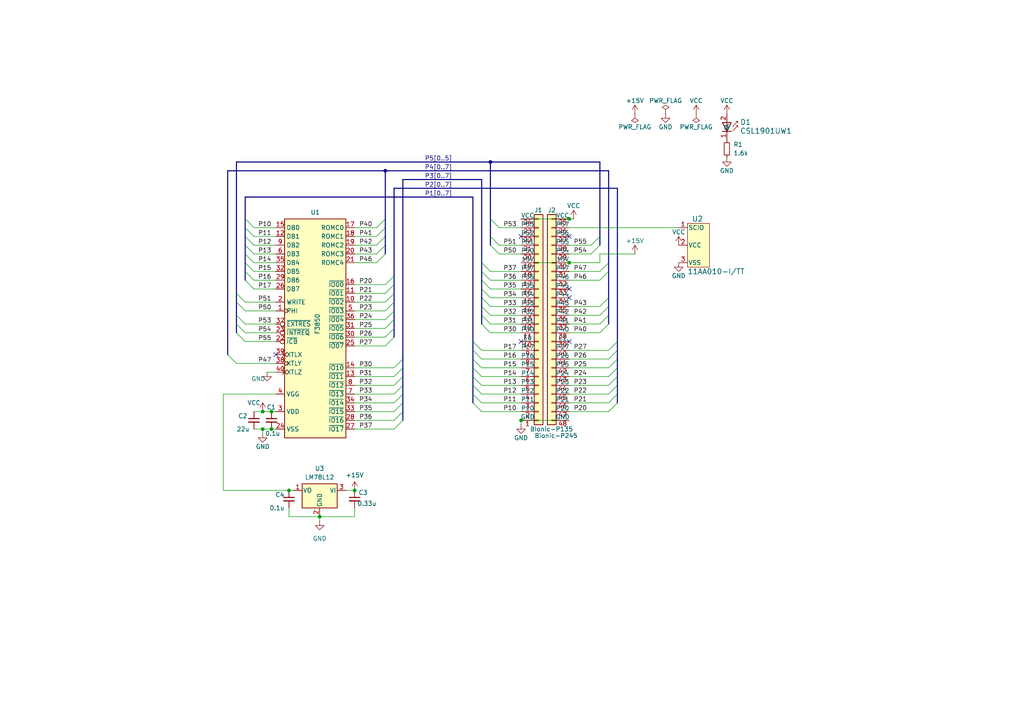
<source format=kicad_sch>
(kicad_sch (version 20231120) (generator "eeschema") (generator_version "8.0")
  (paper "A4")
  (title_block (title "BionicF3850 LDO") (date "2024-12-11") (rev "6") (company "Tadashi G. Takaoka"))
  (lib_symbols
    (symbol "+15V_1" (power) (pin_numbers hide) (pin_names (offset 0) hide)
      (property "Value" "+15V" (at 0 3.556 0))
      (symbol "+15V_1_0_1"
        (polyline (pts (xy -0.762 1.27) (xy 0 2.54)))
        (polyline (pts (xy 0 0) (xy 0 2.54)))
        (polyline (pts (xy 0 2.54) (xy 0.762 1.27)))
      )
      (symbol "+15V_1_1_1"
        (pin power_in line (at 0 0 90) (length 0) (name "~") (number "1"))
      )
    )
    (symbol "+15V_2" (power) (pin_numbers hide) (pin_names (offset 0) hide)
      (property "Value" "+15V" (at 0 3.556 0))
      (symbol "+15V_2_0_1"
        (polyline (pts (xy -0.762 1.27) (xy 0 2.54)))
        (polyline (pts (xy 0 0) (xy 0 2.54)))
        (polyline (pts (xy 0 2.54) (xy 0.762 1.27)))
      )
      (symbol "+15V_2_1_1"
        (pin power_in line (at 0 0 90) (length 0) (name "~") (number "1"))
      )
    )
    (symbol "Device:C_Small" (pin_numbers hide) (pin_names (offset 0.254) hide)
      (property "Reference" "C" (at 0.254 1.778 0))
      (property "Value" "C_Small" (at 0.254 -2.032 0))
      (symbol "C_Small_0_1"
        (polyline (pts (xy -1.524 -0.508) (xy 1.524 -0.508)) (stroke (width 0.3302)))
        (polyline (pts (xy -1.524 0.508) (xy 1.524 0.508)) (stroke (width 0.3048)))
      )
      (symbol "C_Small_1_1"
        (pin passive line (at 0 2.54 270) (length 2.032) (name "~") (number "1"))
        (pin passive line (at 0 -2.54 90) (length 2.032) (name "~") (number "2"))
      )
    )
    (symbol "Device:R_Small" (pin_numbers hide) (pin_names (offset 0.254) hide)
      (property "Reference" "R" (at 0.762 0.508 0))
      (property "Value" "R_Small" (at 0.762 -1.016 0))
      (symbol "R_Small_0_1"
        (rectangle (start -0.762 1.778) (end 0.762 -1.778) (stroke (width 0.2032)))
      )
      (symbol "R_Small_1_1"
        (pin passive line (at 0 2.54 270) (length 0.762) (name "~") (number "1"))
        (pin passive line (at 0 -2.54 90) (length 0.762) (name "~") (number "2"))
      )
    )
    (symbol "GND_1" (power) (pin_numbers hide) (pin_names (offset 0) hide)
      (property "Value" "GND" (at 0 -3.81 0))
      (symbol "GND_1_0_1"
        (polyline (pts (xy 0 0) (xy 0 -1.27) (xy 1.27 -1.27) (xy 0 -2.54) (xy -1.27 -1.27) (xy 0 -1.27)))
      )
      (symbol "GND_1_1_1"
        (pin power_in line (at 0 0 270) (length 0) (name "~") (number "1"))
      )
    )
    (symbol "GND_2" (power) (pin_numbers hide) (pin_names (offset 0) hide)
      (property "Value" "GND" (at 0 -3.81 0))
      (symbol "GND_2_0_1"
        (polyline (pts (xy 0 0) (xy 0 -1.27) (xy 1.27 -1.27) (xy 0 -2.54) (xy -1.27 -1.27) (xy 0 -1.27)))
      )
      (symbol "GND_2_1_1"
        (pin power_in line (at 0 0 270) (length 0) (name "~") (number "1"))
      )
    )
    (symbol "GND_3" (power) (pin_numbers hide) (pin_names (offset 0) hide)
      (property "Value" "GND" (at 0 -3.81 0))
      (symbol "GND_3_0_1"
        (polyline (pts (xy 0 0) (xy 0 -1.27) (xy 1.27 -1.27) (xy 0 -2.54) (xy -1.27 -1.27) (xy 0 -1.27)))
      )
      (symbol "GND_3_1_1"
        (pin power_in line (at 0 0 270) (length 0) (name "~") (number "1"))
      )
    )
    (symbol "GND_4" (power) (pin_numbers hide) (pin_names (offset 0) hide)
      (property "Value" "GND" (at 0 -3.81 0))
      (symbol "GND_4_0_1"
        (polyline (pts (xy 0 0) (xy 0 -1.27) (xy 1.27 -1.27) (xy 0 -2.54) (xy -1.27 -1.27) (xy 0 -1.27)))
      )
      (symbol "GND_4_1_1"
        (pin power_in line (at 0 0 270) (length 0) (name "~") (number "1"))
      )
    )
    (symbol "Regulator_Linear:L78L12_TO92" (pin_names (offset 0.254))
      (property "Reference" "U" (at -3.81 3.175 0))
      (property "Value" "L78L12_TO92" (at 0 3.175 0))
      (symbol "L78L12_TO92_0_1"
        (rectangle (start -5.08 -5.08) (end 5.08 1.905) (stroke (width 0.254)) (fill (type background)))
      )
      (symbol "L78L12_TO92_1_1"
        (pin power_out line (at 7.62 0 180) (length 2.54) (name "VO") (number "1"))
        (pin power_in line (at 0 -7.62 90) (length 2.54) (name "GND") (number "2"))
        (pin power_in line (at -7.62 0 0) (length 2.54) (name "VI") (number "3"))
      )
    )
    (symbol "VCC_1" (power) (pin_numbers hide) (pin_names (offset 0) hide)
      (property "Value" "VCC" (at 0 3.556 0))
      (symbol "VCC_1_0_1"
        (polyline (pts (xy -0.762 1.27) (xy 0 2.54)))
        (polyline (pts (xy 0 0) (xy 0 2.54)))
        (polyline (pts (xy 0 2.54) (xy 0.762 1.27)))
      )
      (symbol "VCC_1_1_1"
        (pin power_in line (at 0 0 90) (length 0) (name "~") (number "1"))
      )
    )
    (symbol "VCC_2" (power) (pin_numbers hide) (pin_names (offset 0) hide)
      (property "Value" "VCC" (at 0 3.556 0))
      (symbol "VCC_2_0_1"
        (polyline (pts (xy -0.762 1.27) (xy 0 2.54)))
        (polyline (pts (xy 0 0) (xy 0 2.54)))
        (polyline (pts (xy 0 2.54) (xy 0.762 1.27)))
      )
      (symbol "VCC_2_1_1"
        (pin power_in line (at 0 0 90) (length 0) (name "~") (number "1"))
      )
    )
    (symbol "VCC_3" (power) (pin_numbers hide) (pin_names (offset 0) hide)
      (property "Value" "VCC" (at 0 3.556 0))
      (symbol "VCC_3_0_1"
        (polyline (pts (xy -0.762 1.27) (xy 0 2.54)))
        (polyline (pts (xy 0 0) (xy 0 2.54)))
        (polyline (pts (xy 0 2.54) (xy 0.762 1.27)))
      )
      (symbol "VCC_3_1_1"
        (pin power_in line (at 0 0 90) (length 0) (name "~") (number "1"))
      )
    )
    (symbol "VCC_4" (power) (pin_numbers hide) (pin_names (offset 0) hide)
      (property "Value" "VCC" (at 0 3.556 0))
      (symbol "VCC_4_0_1"
        (polyline (pts (xy -0.762 1.27) (xy 0 2.54)))
        (polyline (pts (xy 0 0) (xy 0 2.54)))
        (polyline (pts (xy 0 2.54) (xy 0.762 1.27)))
      )
      (symbol "VCC_4_1_1"
        (pin power_in line (at 0 0 90) (length 0) (name "~") (number "1"))
      )
    )
    (symbol "bionic:Bionic-P135" (pin_names (offset 0))
      (property "Reference" "J" (at 0 30.48 0))
      (property "Value" "Bionic-P135" (at -1.27 -33.02 0))
      (symbol "Bionic-P135_1_1"
        (rectangle (start 0 -30.353) (end -1.27 -30.607) (stroke (width 0.1524)))
        (rectangle (start 0 -27.813) (end -1.27 -28.067) (stroke (width 0.1524)))
        (rectangle (start 0 -25.273) (end -1.27 -25.527) (stroke (width 0.1524)))
        (rectangle (start 0 -22.733) (end -1.27 -22.987) (stroke (width 0.1524)))
        (rectangle (start 0 -20.193) (end -1.27 -20.447) (stroke (width 0.1524)))
        (rectangle (start 0 -17.653) (end -1.27 -17.907) (stroke (width 0.1524)))
        (rectangle (start 0 -15.113) (end -1.27 -15.367) (stroke (width 0.1524)))
        (rectangle (start 0 -12.573) (end -1.27 -12.827) (stroke (width 0.1524)))
        (rectangle (start 0 -10.033) (end -1.27 -10.287) (stroke (width 0.1524)))
        (rectangle (start 0 -7.493) (end -1.27 -7.747) (stroke (width 0.1524)))
        (rectangle (start 0 -4.953) (end -1.27 -5.207) (stroke (width 0.1524)))
        (rectangle (start 0 -2.413) (end -1.27 -2.667) (stroke (width 0.1524)))
        (rectangle (start 0 0.127) (end -1.27 -0.127) (stroke (width 0.1524)))
        (rectangle (start 0 2.667) (end -1.27 2.413) (stroke (width 0.1524)))
        (rectangle (start 0 5.207) (end -1.27 4.953) (stroke (width 0.1524)))
        (rectangle (start 0 7.747) (end -1.27 7.493) (stroke (width 0.1524)))
        (rectangle (start 0 10.287) (end -1.27 10.033) (stroke (width 0.1524)))
        (rectangle (start 0 12.827) (end -1.27 12.573) (stroke (width 0.1524)))
        (rectangle (start 0 15.367) (end -1.27 15.113) (stroke (width 0.1524)))
        (rectangle (start 0 17.907) (end -1.27 17.653) (stroke (width 0.1524)))
        (rectangle (start 0 20.447) (end -1.27 20.193) (stroke (width 0.1524)))
        (rectangle (start 0 22.987) (end -1.27 22.733) (stroke (width 0.1524)))
        (rectangle (start 0 25.527) (end -1.27 25.273) (stroke (width 0.1524)))
        (rectangle (start 0 28.067) (end -1.27 27.813) (stroke (width 0.1524)))
        (rectangle (start 1.27 29.21) (end -1.27 -31.75) (stroke (width 0.254)) (fill (type background)))
        (pin power_in line (at -5.08 -30.48 0) (length 3.81) (name "GND") (number "1"))
        (pin bidirectional line (at -5.08 -7.62 0) (length 3.81) (name "E0") (number "10"))
        (pin bidirectional line (at -5.08 -5.08 0) (length 3.81) (name "P30") (number "11"))
        (pin bidirectional line (at -5.08 -2.54 0) (length 3.81) (name "P31") (number "12"))
        (pin bidirectional line (at -5.08 0 0) (length 3.81) (name "P32") (number "13"))
        (pin bidirectional line (at -5.08 2.54 0) (length 3.81) (name "P33") (number "14"))
        (pin bidirectional line (at -5.08 5.08 0) (length 3.81) (name "P34") (number "15"))
        (pin bidirectional line (at -5.08 7.62 0) (length 3.81) (name "P35") (number "16"))
        (pin bidirectional line (at -5.08 10.16 0) (length 3.81) (name "P36") (number "17"))
        (pin bidirectional line (at -5.08 12.7 0) (length 3.81) (name "P37") (number "18"))
        (pin power_in line (at -5.08 15.24 0) (length 3.81) (name "15V") (number "19"))
        (pin bidirectional line (at -5.08 -27.94 0) (length 3.81) (name "P10") (number "2"))
        (pin bidirectional line (at -5.08 17.78 0) (length 3.81) (name "P50") (number "20"))
        (pin bidirectional line (at -5.08 20.32 0) (length 3.81) (name "P51") (number "21"))
        (pin bidirectional line (at -5.08 22.86 0) (length 3.81) (name "P52") (number "22"))
        (pin bidirectional line (at -5.08 25.4 0) (length 3.81) (name "P53") (number "23"))
        (pin power_in line (at -5.08 27.94 0) (length 3.81) (name "VCC") (number "24"))
        (pin bidirectional line (at -5.08 -25.4 0) (length 3.81) (name "P11") (number "3"))
        (pin bidirectional line (at -5.08 -22.86 0) (length 3.81) (name "P12") (number "4"))
        (pin bidirectional line (at -5.08 -20.32 0) (length 3.81) (name "P13") (number "5"))
        (pin bidirectional line (at -5.08 -17.78 0) (length 3.81) (name "P14") (number "6"))
        (pin bidirectional line (at -5.08 -15.24 0) (length 3.81) (name "P15") (number "7"))
        (pin bidirectional line (at -5.08 -12.7 0) (length 3.81) (name "P16") (number "8"))
        (pin bidirectional line (at -5.08 -10.16 0) (length 3.81) (name "P17") (number "9"))
      )
    )
    (symbol "bionic:Bionic-P245" (pin_names (offset 0))
      (property "Reference" "J" (at -3.81 30.48 0))
      (property "Value" "Bionic-P245" (at -1.27 -33.02 0))
      (symbol "Bionic-P245_1_1"
        (rectangle (start -2.54 -30.607) (end -3.81 -30.353) (stroke (width 0.1524)))
        (rectangle (start -2.54 -28.067) (end -3.81 -27.813) (stroke (width 0.1524)))
        (rectangle (start -2.54 -25.527) (end -3.81 -25.273) (stroke (width 0.1524)))
        (rectangle (start -2.54 -22.987) (end -3.81 -22.733) (stroke (width 0.1524)))
        (rectangle (start -2.54 -20.447) (end -3.81 -20.193) (stroke (width 0.1524)))
        (rectangle (start -2.54 -17.907) (end -3.81 -17.653) (stroke (width 0.1524)))
        (rectangle (start -2.54 -15.367) (end -3.81 -15.113) (stroke (width 0.1524)))
        (rectangle (start -2.54 -12.827) (end -3.81 -12.573) (stroke (width 0.1524)))
        (rectangle (start -2.54 -10.287) (end -3.81 -10.033) (stroke (width 0.1524)))
        (rectangle (start -2.54 -7.747) (end -3.81 -7.493) (stroke (width 0.1524)))
        (rectangle (start -2.54 -5.207) (end -3.81 -4.953) (stroke (width 0.1524)))
        (rectangle (start -2.54 -2.667) (end -3.81 -2.413) (stroke (width 0.1524)))
        (rectangle (start -2.54 -0.127) (end -3.81 0.127) (stroke (width 0.1524)))
        (rectangle (start -2.54 2.413) (end -3.81 2.667) (stroke (width 0.1524)))
        (rectangle (start -2.54 4.953) (end -3.81 5.207) (stroke (width 0.1524)))
        (rectangle (start -2.54 7.493) (end -3.81 7.747) (stroke (width 0.1524)))
        (rectangle (start -2.54 10.033) (end -3.81 10.287) (stroke (width 0.1524)))
        (rectangle (start -2.54 12.573) (end -3.81 12.827) (stroke (width 0.1524)))
        (rectangle (start -2.54 15.113) (end -3.81 15.367) (stroke (width 0.1524)))
        (rectangle (start -2.54 17.653) (end -3.81 17.907) (stroke (width 0.1524)))
        (rectangle (start -2.54 20.193) (end -3.81 20.447) (stroke (width 0.1524)))
        (rectangle (start -2.54 22.733) (end -3.81 22.987) (stroke (width 0.1524)))
        (rectangle (start -2.54 25.273) (end -3.81 25.527) (stroke (width 0.1524)))
        (rectangle (start -2.54 27.813) (end -3.81 28.067) (stroke (width 0.1524)))
        (rectangle (start -2.54 29.21) (end -5.08 -31.75) (stroke (width 0.254)) (fill (type background)))
        (pin power_in line (at 1.27 27.94 180) (length 3.81) (name "VCC") (number "25"))
        (pin bidirectional line (at 1.27 25.4 180) (length 3.81) (name "P57") (number "26"))
        (pin bidirectional line (at 1.27 22.86 180) (length 3.81) (name "P56") (number "27"))
        (pin bidirectional line (at 1.27 20.32 180) (length 3.81) (name "P55") (number "28"))
        (pin bidirectional line (at 1.27 17.78 180) (length 3.81) (name "P54") (number "29"))
        (pin power_in line (at 1.27 15.24 180) (length 3.81) (name "15V") (number "30"))
        (pin bidirectional line (at 1.27 12.7 180) (length 3.81) (name "P47") (number "31"))
        (pin bidirectional line (at 1.27 10.16 180) (length 3.81) (name "P46") (number "32"))
        (pin bidirectional line (at 1.27 7.62 180) (length 3.81) (name "P45") (number "33"))
        (pin bidirectional line (at 1.27 5.08 180) (length 3.81) (name "P44") (number "34"))
        (pin bidirectional line (at 1.27 2.54 180) (length 3.81) (name "P43") (number "35"))
        (pin bidirectional line (at 1.27 0 180) (length 3.81) (name "P42") (number "36"))
        (pin bidirectional line (at 1.27 -2.54 180) (length 3.81) (name "P41") (number "37"))
        (pin bidirectional line (at 1.27 -5.08 180) (length 3.81) (name "P40") (number "38"))
        (pin bidirectional line (at 1.27 -7.62 180) (length 3.81) (name "E1") (number "39"))
        (pin bidirectional line (at 1.27 -10.16 180) (length 3.81) (name "P27") (number "40"))
        (pin bidirectional line (at 1.27 -12.7 180) (length 3.81) (name "P26") (number "41"))
        (pin bidirectional line (at 1.27 -15.24 180) (length 3.81) (name "P25") (number "42"))
        (pin bidirectional line (at 1.27 -17.78 180) (length 3.81) (name "P24") (number "43"))
        (pin bidirectional line (at 1.27 -20.32 180) (length 3.81) (name "P23") (number "44"))
        (pin bidirectional line (at 1.27 -22.86 180) (length 3.81) (name "P22") (number "45"))
        (pin bidirectional line (at 1.27 -25.4 180) (length 3.81) (name "P21") (number "46"))
        (pin bidirectional line (at 1.27 -27.94 180) (length 3.81) (name "P20") (number "47"))
        (pin power_in line (at 1.27 -30.48 180) (length 3.81) (name "GND") (number "48"))
      )
    )
    (symbol "cpu:F3850"
      (property "Reference" "U" (at -1.27 31.75 0))
      (property "Value" "F3850" (at 0 -3.81 90))
      (symbol "F3850_0_0"
        (pin bidirectional line (at 11.43 -6.35 180) (length 2.54) (name "~{IO07}") (number "25"))
        (pin input inverted (at -11.43 0 0) (length 2.54) (name "~{EXTRES}") (number "37"))
        (pin input clock (at -11.43 -11.43 0) (length 2.54) (name "XTLY") (number "38"))
      )
      (symbol "F3850_0_1"
        (rectangle (start -8.89 30.48) (end 8.89 -33.02) (stroke (width 0.254)) (fill (type background)))
      )
      (symbol "F3850_1_1"
        (pin output clock (at -11.43 3.81 0) (length 2.54) (name "PHI") (number "1"))
        (pin bidirectional line (at 11.43 6.35 180) (length 2.54) (name "~{IO02}") (number "10"))
        (pin bidirectional line (at 11.43 8.89 180) (length 2.54) (name "~{IO01}") (number "11"))
        (pin bidirectional line (at -11.43 25.4 0) (length 2.54) (name "DB1") (number "12"))
        (pin bidirectional line (at 11.43 -15.24 180) (length 2.54) (name "~{IO11}") (number "13"))
        (pin bidirectional line (at 11.43 -12.7 180) (length 2.54) (name "~{IO10}") (number "14"))
        (pin bidirectional line (at -11.43 27.94 0) (length 2.54) (name "DB0") (number "15"))
        (pin bidirectional line (at 11.43 11.43 180) (length 2.54) (name "~{IO00}") (number "16"))
        (pin output line (at 11.43 27.94 180) (length 2.54) (name "ROMC0") (number "17"))
        (pin output line (at 11.43 25.4 180) (length 2.54) (name "ROMC1") (number "18"))
        (pin output line (at 11.43 22.86 180) (length 2.54) (name "ROMC2") (number "19"))
        (pin output line (at -11.43 6.35 0) (length 2.54) (name "WRITE") (number "2"))
        (pin output line (at 11.43 20.32 180) (length 2.54) (name "ROMC3") (number "20"))
        (pin output line (at 11.43 17.78 180) (length 2.54) (name "ROMC4") (number "21"))
        (pin output inverted (at -11.43 -5.08 0) (length 2.54) (name "~{ICB}") (number "22"))
        (pin input inverted (at -11.43 -2.54 0) (length 2.54) (name "~{INTREQ}") (number "23"))
        (pin power_in line (at -11.43 -30.48 0) (length 2.54) (name "VSS") (number "24"))
        (pin bidirectional line (at -11.43 10.16 0) (length 2.54) (name "DB7") (number "26"))
        (pin bidirectional line (at 11.43 -30.48 180) (length 2.54) (name "~{IO17}") (number "27"))
        (pin bidirectional line (at 11.43 -27.94 180) (length 2.54) (name "~{IO16}") (number "28"))
        (pin bidirectional line (at -11.43 12.7 0) (length 2.54) (name "DB6") (number "29"))
        (pin power_in line (at -11.43 -25.4 0) (length 2.54) (name "VDD") (number "3"))
        (pin bidirectional line (at 11.43 -3.81 180) (length 2.54) (name "~{IO06}") (number "30"))
        (pin bidirectional line (at 11.43 -1.27 180) (length 2.54) (name "~{IO05}") (number "31"))
        (pin bidirectional line (at -11.43 15.24 0) (length 2.54) (name "DB5") (number "32"))
        (pin bidirectional line (at 11.43 -25.4 180) (length 2.54) (name "~{IO15}") (number "33"))
        (pin bidirectional line (at 11.43 -22.86 180) (length 2.54) (name "~{IO14}") (number "34"))
        (pin bidirectional line (at -11.43 17.78 0) (length 2.54) (name "DB4") (number "35"))
        (pin bidirectional line (at 11.43 1.27 180) (length 2.54) (name "~{IO04}") (number "36"))
        (pin input non_logic (at -11.43 -8.89 0) (length 2.54) (name "XTLX") (number "39"))
        (pin power_in line (at -11.43 -20.32 0) (length 2.54) (name "VGG") (number "4"))
        (pin input non_logic (at -11.43 -13.97 0) (length 2.54) (name "XTLZ") (number "40"))
        (pin bidirectional line (at 11.43 3.81 180) (length 2.54) (name "~{IO03}") (number "5"))
        (pin bidirectional line (at -11.43 20.32 0) (length 2.54) (name "DB3") (number "6"))
        (pin bidirectional line (at 11.43 -20.32 180) (length 2.54) (name "~{IO13}") (number "7"))
        (pin bidirectional line (at 11.43 -17.78 180) (length 2.54) (name "~{IO12}") (number "8"))
        (pin bidirectional line (at -11.43 22.86 0) (length 2.54) (name "DB2") (number "9"))
      )
    )
    (symbol "microchip:11AA010-I_TT" (pin_names (offset 0.254))
      (property "Reference" "U" (at 2.54 1.27 0))
      (property "Value" "11AA010-I/TT" (at 3.81 -13.97 0))
      (symbol "11AA010-I_TT_1_1"
        (rectangle (start 0 0) (end 6.35 -12.7) (fill (type background)))
        (pin bidirectional line (at -2.54 -1.27 0) (length 2.54) (name "SCIO") (number "1"))
        (pin power_in line (at -2.54 -6.35 0) (length 2.54) (name "VCC") (number "2"))
        (pin power_in line (at -2.54 -11.43 0) (length 2.54) (name "VSS") (number "3"))
      )
    )
    (symbol "power:+15V" (power) (pin_numbers hide) (pin_names (offset 0) hide)
      (property "Value" "+15V" (at 0 3.556 0))
      (symbol "+15V_0_1"
        (polyline (pts (xy -0.762 1.27) (xy 0 2.54)))
        (polyline (pts (xy 0 0) (xy 0 2.54)))
        (polyline (pts (xy 0 2.54) (xy 0.762 1.27)))
      )
      (symbol "+15V_1_1"
        (pin power_in line (at 0 0 90) (length 0) (name "~") (number "1"))
      )
    )
    (symbol "power:GND" (power) (pin_numbers hide) (pin_names (offset 0) hide)
      (property "Value" "GND" (at 0 -3.81 0))
      (symbol "GND_0_1"
        (polyline (pts (xy 0 0) (xy 0 -1.27) (xy 1.27 -1.27) (xy 0 -2.54) (xy -1.27 -1.27) (xy 0 -1.27)))
      )
      (symbol "GND_1_1"
        (pin power_in line (at 0 0 270) (length 0) (name "~") (number "1"))
      )
    )
    (symbol "power:PWR_FLAG" (power) (pin_numbers hide) (pin_names (offset 0) hide)
      (property "Value" "PWR_FLAG" (at 0 3.81 0))
      (symbol "PWR_FLAG_0_0"
        (pin power_out line (at 0 0 90) (length 0) (name "~") (number "1"))
      )
      (symbol "PWR_FLAG_0_1"
        (polyline (pts (xy 0 0) (xy 0 1.27) (xy -1.016 1.905) (xy 0 2.54) (xy 1.016 1.905) (xy 0 1.27)))
      )
    )
    (symbol "power:VCC" (power) (pin_numbers hide) (pin_names (offset 0) hide)
      (property "Value" "VCC" (at 0 3.556 0))
      (symbol "VCC_0_1"
        (polyline (pts (xy -0.762 1.27) (xy 0 2.54)))
        (polyline (pts (xy 0 0) (xy 0 2.54)))
        (polyline (pts (xy 0 2.54) (xy 0.762 1.27)))
      )
      (symbol "VCC_1_1"
        (pin power_in line (at 0 0 90) (length 0) (name "~") (number "1"))
      )
    )
    (symbol "rhom:CSL1901UW1" (pin_names (offset 0.254))
      (property "Reference" "D" (at 3.81 -2.54 0))
      (property "Value" "CSL1901UW1" (at 3.81 -5.08 0))
      (symbol "CSL1901UW1_0_1"
        (polyline (pts (xy 2.159 3.175) (xy 2.667 3.175)))
        (polyline (pts (xy 2.54 0) (xy 5.08 0)))
        (polyline (pts (xy 5.08 1.27) (xy 5.08 -1.27)) (stroke (width 0.254)))
        (polyline (pts (xy 3.683 1.651) (xy 2.159 3.175) (xy 2.159 2.667)))
        (polyline (pts (xy 2.54 -1.27) (xy 5.08 0) (xy 2.54 1.27) (xy 2.54 -1.27)) (stroke (width 0.254)))
        (polyline (pts (xy 4.953 1.651) (xy 3.429 3.175) (xy 3.429 2.667) (xy 3.429 3.175) (xy 3.937 3.175)))
      )
      (symbol "CSL1901UW1_1_1"
        (pin passive line (at 7.62 0 180) (length 2.54) (name "K") (number "1"))
        (pin passive line (at 0 0 0) (length 2.54) (name "A") (number "2"))
      )
      (symbol "CSL1901UW1_1_2"
        (polyline (pts (xy -5.08 7.62) (xy -4.445 8.255)) (stroke (width 0.2032)))
        (polyline (pts (xy -5.08 8.255) (xy -5.08 7.62)) (stroke (width 0.2032)))
        (polyline (pts (xy -4.445 6.35) (xy -3.81 6.985)) (stroke (width 0.2032)))
        (polyline (pts (xy -4.445 8.255) (xy -5.08 8.255)) (stroke (width 0.2032)))
        (polyline (pts (xy -4.445 9.525) (xy -3.81 10.16)) (stroke (width 0.2032)))
        (polyline (pts (xy -4.445 10.16) (xy -4.445 9.525)) (stroke (width 0.2032)))
        (polyline (pts (xy -3.81 6.985) (xy -5.08 8.255)) (stroke (width 0.2032)))
        (polyline (pts (xy -3.81 8.255) (xy -3.175 8.89)) (stroke (width 0.2032)))
        (polyline (pts (xy -3.81 10.16) (xy -4.445 10.16)) (stroke (width 0.2032)))
        (polyline (pts (xy -3.175 5.08) (xy -4.445 6.35)) (stroke (width 0.2032)))
        (polyline (pts (xy -3.175 8.89) (xy -4.445 10.16)) (stroke (width 0.2032)))
        (polyline (pts (xy -2.54 6.985) (xy -3.81 8.255)) (stroke (width 0.2032)))
        (polyline (pts (xy -1.905 3.81) (xy 1.905 3.81)) (stroke (width 0.2032)))
        (polyline (pts (xy 0 2.54) (xy 0 3.4798)) (stroke (width 0.2032)))
        (polyline (pts (xy 0 3.175) (xy 0 3.81)) (stroke (width 0.2032)))
        (polyline (pts (xy 0 6.35) (xy -1.905 3.81)) (stroke (width 0.2032)))
        (polyline (pts (xy 0 6.35) (xy 0 7.62)) (stroke (width 0.2032)))
        (polyline (pts (xy 1.905 3.81) (xy 0 6.35)) (stroke (width 0.2032)))
        (polyline (pts (xy 1.905 6.35) (xy -1.905 6.35)) (stroke (width 0.2032)))
        (pin unspecified line (at 0 10.16 270) (length 2.54) (name "") (number "1"))
        (pin unspecified line (at 0 0 90) (length 2.54) (name "") (number "2"))
      )
    )
  )
  (junction (at 78.74 119.38))
  (junction (at 83.82 142.24))
  (junction (at 92.71 149.86))
  (junction (at 151.13 121.92))
  (junction (at 76.2 119.38))
  (junction (at 102.87 142.24))
  (junction (at 76.2 124.46))
  (junction (at 142.24 46.99))
  (junction (at 165.1 76.2))
  (junction (at 111.76 49.53))
  (junction (at 165.1 63.5))
  (junction (at 78.74 124.46))
  (no_connect (at 165.1 68.58))
  (no_connect (at 80.01 102.87))
  (no_connect (at 165.1 86.36))
  (no_connect (at 165.1 83.82))
  (no_connect (at 165.1 99.06))
  (no_connect (at 151.13 99.06))
  (no_connect (at 151.13 68.58))
  (bus_entry (at 139.7 119.38) (size -2.54 -2.54))
  (bus_entry (at 139.7 81.28) (size 2.54 2.54))
  (bus_entry (at 144.78 66.04) (size -2.54 -2.54))
  (bus_entry (at 179.07 99.06) (size -2.54 2.54))
  (bus_entry (at 111.76 71.12) (size -2.54 2.54))
  (bus_entry (at 176.53 93.98) (size -2.54 2.54))
  (bus_entry (at 144.78 73.66) (size -2.54 -2.54))
  (bus_entry (at 71.12 99.06) (size -2.54 -2.54))
  (bus_entry (at 73.66 78.74) (size -2.54 -2.54))
  (bus_entry (at 116.84 104.14) (size -2.54 2.54))
  (bus_entry (at 173.99 88.9) (size 2.54 -2.54))
  (bus_entry (at 73.66 73.66) (size -2.54 -2.54))
  (bus_entry (at 139.7 91.44) (size 2.54 2.54))
  (bus_entry (at 176.53 76.2) (size -2.54 2.54))
  (bus_entry (at 111.76 63.5) (size -2.54 2.54))
  (bus_entry (at 116.84 114.3) (size -2.54 2.54))
  (bus_entry (at 179.07 109.22) (size -2.54 2.54))
  (bus_entry (at 111.76 85.09) (size 2.54 -2.54))
  (bus_entry (at 116.84 111.76) (size -2.54 2.54))
  (bus_entry (at 71.12 90.17) (size -2.54 -2.54))
  (bus_entry (at 139.7 76.2) (size 2.54 2.54))
  (bus_entry (at 179.07 101.6) (size -2.54 2.54))
  (bus_entry (at 139.7 93.98) (size 2.54 2.54))
  (bus_entry (at 71.12 93.98) (size -2.54 -2.54))
  (bus_entry (at 73.66 68.58) (size -2.54 -2.54))
  (bus_entry (at 144.78 71.12) (size -2.54 -2.54))
  (bus_entry (at 139.7 101.6) (size -2.54 -2.54))
  (bus_entry (at 139.7 104.14) (size -2.54 -2.54))
  (bus_entry (at 111.76 92.71) (size 2.54 -2.54))
  (bus_entry (at 171.45 73.66) (size 2.54 -2.54))
  (bus_entry (at 173.99 93.98) (size 2.54 -2.54))
  (bus_entry (at 173.99 91.44) (size 2.54 -2.54))
  (bus_entry (at 171.45 71.12) (size 2.54 -2.54))
  (bus_entry (at 176.53 78.74) (size -2.54 2.54))
  (bus_entry (at 111.76 68.58) (size -2.54 2.54))
  (bus_entry (at 71.12 87.63) (size -2.54 -2.54))
  (bus_entry (at 139.7 86.36) (size 2.54 2.54))
  (bus_entry (at 139.7 109.22) (size -2.54 -2.54))
  (bus_entry (at 179.07 114.3) (size -2.54 2.54))
  (bus_entry (at 111.76 95.25) (size 2.54 -2.54))
  (bus_entry (at 71.12 96.52) (size -2.54 -2.54))
  (bus_entry (at 73.66 81.28) (size -2.54 -2.54))
  (bus_entry (at 179.07 104.14) (size -2.54 2.54))
  (bus_entry (at 111.76 73.66) (size -2.54 2.54))
  (bus_entry (at 73.66 76.2) (size -2.54 -2.54))
  (bus_entry (at 73.66 66.04) (size -2.54 -2.54))
  (bus_entry (at 139.7 88.9) (size 2.54 2.54))
  (bus_entry (at 114.3 121.92) (size 2.54 -2.54))
  (bus_entry (at 139.7 111.76) (size -2.54 -2.54))
  (bus_entry (at 176.53 114.3) (size 2.54 -2.54))
  (bus_entry (at 114.3 87.63) (size -2.54 2.54))
  (bus_entry (at 139.7 78.74) (size 2.54 2.54))
  (bus_entry (at 139.7 83.82) (size 2.54 2.54))
  (bus_entry (at 114.3 119.38) (size 2.54 -2.54))
  (bus_entry (at 116.84 109.22) (size -2.54 2.54))
  (bus_entry (at 179.07 106.68) (size -2.54 2.54))
  (bus_entry (at 111.76 87.63) (size 2.54 -2.54))
  (bus_entry (at 139.7 106.68) (size -2.54 -2.54))
  (bus_entry (at 111.76 82.55) (size 2.54 -2.54))
  (bus_entry (at 73.66 71.12) (size -2.54 -2.54))
  (bus_entry (at 111.76 66.04) (size -2.54 2.54))
  (bus_entry (at 139.7 114.3) (size -2.54 -2.54))
  (bus_entry (at 114.3 124.46) (size 2.54 -2.54))
  (bus_entry (at 179.07 116.84) (size -2.54 2.54))
  (bus_entry (at 116.84 106.68) (size -2.54 2.54))
  (bus_entry (at 139.7 116.84) (size -2.54 -2.54))
  (bus_entry (at 114.3 97.79) (size -2.54 2.54))
  (bus_entry (at 114.3 95.25) (size -2.54 2.54))
  (bus_entry (at 73.66 83.82) (size -2.54 -2.54))
  (bus_entry (at 66.04 102.87) (size 2.54 2.54))
  (wire (pts (xy 71.12 90.17) (xy 80.01 90.17)))
  (bus (pts (xy 176.53 91.44) (xy 176.53 93.98)))
  (wire (pts (xy 78.74 119.38) (xy 80.01 119.38)))
  (wire (pts (xy 102.87 100.33) (xy 111.76 100.33)))
  (bus (pts (xy 116.84 104.14) (xy 116.84 106.68)))
  (wire (pts (xy 73.66 81.28) (xy 80.01 81.28)))
  (wire (pts (xy 73.66 71.12) (xy 80.01 71.12)))
  (wire (pts (xy 139.7 104.14) (xy 151.13 104.14)))
  (wire (pts (xy 102.87 76.2) (xy 109.22 76.2)))
  (bus (pts (xy 139.7 52.07) (xy 139.7 76.2)))
  (bus (pts (xy 116.84 109.22) (xy 116.84 111.76)))
  (wire (pts (xy 102.87 149.86) (xy 92.71 149.86)))
  (bus (pts (xy 139.7 81.28) (xy 139.7 83.82)))
  (wire (pts (xy 102.87 87.63) (xy 111.76 87.63)))
  (wire (pts (xy 139.7 116.84) (xy 151.13 116.84)))
  (bus (pts (xy 71.12 66.04) (xy 71.12 68.58)))
  (wire (pts (xy 173.99 73.66) (xy 173.99 76.2)))
  (bus (pts (xy 139.7 86.36) (xy 139.7 88.9)))
  (wire (pts (xy 73.66 83.82) (xy 80.01 83.82)))
  (bus (pts (xy 116.84 119.38) (xy 116.84 121.92)))
  (wire (pts (xy 102.87 121.92) (xy 114.3 121.92)))
  (bus (pts (xy 114.3 87.63) (xy 114.3 90.17)))
  (wire (pts (xy 102.87 73.66) (xy 109.22 73.66)))
  (wire (pts (xy 102.87 147.32) (xy 102.87 149.86)))
  (bus (pts (xy 116.84 114.3) (xy 116.84 116.84)))
  (bus (pts (xy 176.53 88.9) (xy 176.53 91.44)))
  (wire (pts (xy 102.87 85.09) (xy 111.76 85.09)))
  (bus (pts (xy 114.3 90.17) (xy 114.3 92.71)))
  (wire (pts (xy 165.1 116.84) (xy 176.53 116.84)))
  (wire (pts (xy 71.12 87.63) (xy 80.01 87.63)))
  (bus (pts (xy 139.7 78.74) (xy 139.7 81.28)))
  (wire (pts (xy 165.1 76.2) (xy 173.99 76.2)))
  (bus (pts (xy 114.3 54.61) (xy 114.3 80.01)))
  (wire (pts (xy 139.7 114.3) (xy 151.13 114.3)))
  (wire (pts (xy 80.01 114.3) (xy 64.77 114.3)))
  (wire (pts (xy 76.2 124.46) (xy 78.74 124.46)))
  (bus (pts (xy 142.24 46.99) (xy 173.99 46.99)))
  (wire (pts (xy 73.66 66.04) (xy 80.01 66.04)))
  (wire (pts (xy 102.87 68.58) (xy 109.22 68.58)))
  (wire (pts (xy 83.82 147.32) (xy 83.82 149.86)))
  (wire (pts (xy 142.24 78.74) (xy 151.13 78.74)))
  (wire (pts (xy 151.13 63.5) (xy 165.1 63.5)))
  (wire (pts (xy 165.1 104.14) (xy 176.53 104.14)))
  (wire (pts (xy 102.87 90.17) (xy 111.76 90.17)))
  (wire (pts (xy 71.12 99.06) (xy 80.01 99.06)))
  (bus (pts (xy 137.16 101.6) (xy 137.16 104.14)))
  (wire (pts (xy 144.78 66.04) (xy 151.13 66.04)))
  (bus (pts (xy 111.76 68.58) (xy 111.76 71.12)))
  (bus (pts (xy 142.24 63.5) (xy 142.24 46.99)))
  (wire (pts (xy 78.74 124.46) (xy 80.01 124.46)))
  (bus (pts (xy 137.16 57.15) (xy 137.16 99.06)))
  (bus (pts (xy 173.99 71.12) (xy 173.99 68.58)))
  (wire (pts (xy 139.7 119.38) (xy 151.13 119.38)))
  (wire (pts (xy 64.77 114.3) (xy 64.77 142.24)))
  (wire (pts (xy 165.1 114.3) (xy 176.53 114.3)))
  (bus (pts (xy 137.16 109.22) (xy 137.16 111.76)))
  (wire (pts (xy 102.87 92.71) (xy 111.76 92.71)))
  (wire (pts (xy 102.87 111.76) (xy 114.3 111.76)))
  (bus (pts (xy 68.58 93.98) (xy 68.58 91.44)))
  (wire (pts (xy 165.1 88.9) (xy 173.99 88.9)))
  (bus (pts (xy 173.99 46.99) (xy 173.99 68.58)))
  (wire (pts (xy 165.1 78.74) (xy 173.99 78.74)))
  (wire (pts (xy 64.77 142.24) (xy 83.82 142.24)))
  (bus (pts (xy 137.16 104.14) (xy 137.16 106.68)))
  (bus (pts (xy 179.07 99.06) (xy 179.07 101.6)))
  (bus (pts (xy 176.53 86.36) (xy 176.53 88.9)))
  (wire (pts (xy 71.12 93.98) (xy 80.01 93.98)))
  (wire (pts (xy 102.87 106.68) (xy 114.3 106.68)))
  (wire (pts (xy 144.78 71.12) (xy 151.13 71.12)))
  (bus (pts (xy 139.7 88.9) (xy 139.7 91.44)))
  (bus (pts (xy 179.07 101.6) (xy 179.07 104.14)))
  (bus (pts (xy 116.84 52.07) (xy 139.7 52.07)))
  (bus (pts (xy 114.3 54.61) (xy 179.07 54.61)))
  (wire (pts (xy 142.24 86.36) (xy 151.13 86.36)))
  (wire (pts (xy 139.7 106.68) (xy 151.13 106.68)))
  (bus (pts (xy 176.53 76.2) (xy 176.53 78.74)))
  (wire (pts (xy 77.47 107.95) (xy 80.01 107.95)))
  (wire (pts (xy 73.66 68.58) (xy 80.01 68.58)))
  (wire (pts (xy 102.87 71.12) (xy 109.22 71.12)))
  (bus (pts (xy 116.84 106.68) (xy 116.84 109.22)))
  (bus (pts (xy 71.12 78.74) (xy 71.12 81.28)))
  (bus (pts (xy 179.07 114.3) (xy 179.07 116.84)))
  (bus (pts (xy 176.53 49.53) (xy 176.53 76.2)))
  (wire (pts (xy 73.66 76.2) (xy 80.01 76.2)))
  (bus (pts (xy 176.53 78.74) (xy 176.53 86.36)))
  (bus (pts (xy 114.3 82.55) (xy 114.3 85.09)))
  (wire (pts (xy 102.87 114.3) (xy 114.3 114.3)))
  (bus (pts (xy 68.58 93.98) (xy 68.58 96.52)))
  (bus (pts (xy 179.07 111.76) (xy 179.07 114.3)))
  (wire (pts (xy 165.1 106.68) (xy 176.53 106.68)))
  (bus (pts (xy 179.07 54.61) (xy 179.07 99.06)))
  (wire (pts (xy 102.87 109.22) (xy 114.3 109.22)))
  (bus (pts (xy 71.12 68.58) (xy 71.12 71.12)))
  (wire (pts (xy 165.1 63.5) (xy 166.37 63.5)))
  (wire (pts (xy 102.87 95.25) (xy 111.76 95.25)))
  (wire (pts (xy 142.24 88.9) (xy 151.13 88.9)))
  (wire (pts (xy 102.87 82.55) (xy 111.76 82.55)))
  (wire (pts (xy 165.1 73.66) (xy 171.45 73.66)))
  (bus (pts (xy 114.3 80.01) (xy 114.3 82.55)))
  (wire (pts (xy 165.1 111.76) (xy 176.53 111.76)))
  (wire (pts (xy 73.66 73.66) (xy 80.01 73.66)))
  (bus (pts (xy 114.3 95.25) (xy 114.3 97.79)))
  (wire (pts (xy 184.15 73.66) (xy 173.99 73.66)))
  (wire (pts (xy 85.09 142.24) (xy 83.82 142.24)))
  (bus (pts (xy 111.76 63.5) (xy 111.76 66.04)))
  (bus (pts (xy 68.58 87.63) (xy 68.58 85.09)))
  (bus (pts (xy 71.12 71.12) (xy 71.12 73.66)))
  (bus (pts (xy 116.84 111.76) (xy 116.84 114.3)))
  (wire (pts (xy 102.87 124.46) (xy 114.3 124.46)))
  (wire (pts (xy 165.1 66.04) (xy 196.85 66.04)))
  (wire (pts (xy 102.87 97.79) (xy 111.76 97.79)))
  (bus (pts (xy 71.12 66.04) (xy 71.12 63.5)))
  (wire (pts (xy 73.66 78.74) (xy 80.01 78.74)))
  (wire (pts (xy 139.7 101.6) (xy 151.13 101.6)))
  (bus (pts (xy 139.7 83.82) (xy 139.7 86.36)))
  (wire (pts (xy 73.66 119.38) (xy 76.2 119.38)))
  (bus (pts (xy 116.84 116.84) (xy 116.84 119.38)))
  (bus (pts (xy 111.76 66.04) (xy 111.76 68.58)))
  (bus (pts (xy 66.04 49.53) (xy 111.76 49.53)))
  (wire (pts (xy 144.78 73.66) (xy 151.13 73.66)))
  (wire (pts (xy 83.82 149.86) (xy 92.71 149.86)))
  (wire (pts (xy 139.7 111.76) (xy 151.13 111.76)))
  (bus (pts (xy 68.58 46.99) (xy 142.24 46.99)))
  (bus (pts (xy 71.12 57.15) (xy 137.16 57.15)))
  (bus (pts (xy 68.58 91.44) (xy 68.58 87.63)))
  (wire (pts (xy 142.24 96.52) (xy 151.13 96.52)))
  (bus (pts (xy 142.24 71.12) (xy 142.24 68.58)))
  (bus (pts (xy 139.7 91.44) (xy 139.7 93.98)))
  (bus (pts (xy 71.12 73.66) (xy 71.12 76.2)))
  (wire (pts (xy 165.1 91.44) (xy 173.99 91.44)))
  (wire (pts (xy 165.1 109.22) (xy 176.53 109.22)))
  (wire (pts (xy 139.7 109.22) (xy 151.13 109.22)))
  (wire (pts (xy 151.13 123.19) (xy 151.13 121.92)))
  (bus (pts (xy 142.24 68.58) (xy 142.24 63.5)))
  (bus (pts (xy 137.16 111.76) (xy 137.16 114.3)))
  (bus (pts (xy 114.3 92.71) (xy 114.3 95.25)))
  (bus (pts (xy 139.7 76.2) (xy 139.7 78.74)))
  (wire (pts (xy 102.87 142.24) (xy 100.33 142.24)))
  (bus (pts (xy 179.07 109.22) (xy 179.07 111.76)))
  (bus (pts (xy 116.84 52.07) (xy 116.84 104.14)))
  (wire (pts (xy 165.1 81.28) (xy 173.99 81.28)))
  (wire (pts (xy 73.66 124.46) (xy 76.2 124.46)))
  (wire (pts (xy 165.1 101.6) (xy 176.53 101.6)))
  (wire (pts (xy 151.13 76.2) (xy 165.1 76.2)))
  (wire (pts (xy 165.1 93.98) (xy 173.99 93.98)))
  (bus (pts (xy 137.16 114.3) (xy 137.16 116.84)))
  (wire (pts (xy 165.1 71.12) (xy 171.45 71.12)))
  (wire (pts (xy 165.1 119.38) (xy 176.53 119.38)))
  (wire (pts (xy 151.13 121.92) (xy 165.1 121.92)))
  (wire (pts (xy 76.2 119.38) (xy 78.74 119.38)))
  (bus (pts (xy 114.3 85.09) (xy 114.3 87.63)))
  (bus (pts (xy 111.76 71.12) (xy 111.76 73.66)))
  (bus (pts (xy 71.12 76.2) (xy 71.12 78.74)))
  (wire (pts (xy 71.12 96.52) (xy 80.01 96.52)))
  (wire (pts (xy 68.58 105.41) (xy 80.01 105.41)))
  (bus (pts (xy 111.76 49.53) (xy 176.53 49.53)))
  (wire (pts (xy 165.1 96.52) (xy 173.99 96.52)))
  (bus (pts (xy 179.07 104.14) (xy 179.07 106.68)))
  (bus (pts (xy 137.16 99.06) (xy 137.16 101.6)))
  (bus (pts (xy 137.16 106.68) (xy 137.16 109.22)))
  (bus (pts (xy 71.12 63.5) (xy 71.12 57.15)))
  (wire (pts (xy 102.87 119.38) (xy 114.3 119.38)))
  (bus (pts (xy 66.04 49.53) (xy 66.04 102.87)))
  (wire (pts (xy 142.24 83.82) (xy 151.13 83.82)))
  (wire (pts (xy 102.87 116.84) (xy 114.3 116.84)))
  (bus (pts (xy 111.76 63.5) (xy 111.76 49.53)))
  (wire (pts (xy 92.71 151.13) (xy 92.71 149.86)))
  (wire (pts (xy 142.24 93.98) (xy 151.13 93.98)))
  (bus (pts (xy 68.58 46.99) (xy 68.58 85.09)))
  (wire (pts (xy 102.87 66.04) (xy 109.22 66.04)))
  (wire (pts (xy 76.2 125.73) (xy 76.2 124.46)))
  (wire (pts (xy 142.24 91.44) (xy 151.13 91.44)))
  (bus (pts (xy 179.07 106.68) (xy 179.07 109.22)))
  (wire (pts (xy 142.24 81.28) (xy 151.13 81.28)))
  (label "P26" (at 166.37 104.14 0))
  (label "P21" (at 104.14 85.09 0))
  (label "P42" (at 104.14 71.12 0))
  (label "P12" (at 78.74 71.12 180))
  (label "P3[0..7]" (at 123.19 52.07 0))
  (label "P22" (at 104.14 87.63 0))
  (label "P41" (at 166.37 93.98 0))
  (label "P17" (at 149.86 101.6 180))
  (label "P54" (at 166.37 73.66 0))
  (label "P35" (at 149.86 83.82 180))
  (label "P10" (at 78.74 66.04 180))
  (label "P24" (at 104.14 92.71 0))
  (label "P47" (at 78.74 105.41 180))
  (label "P17" (at 78.74 83.82 180))
  (label "P36" (at 149.86 81.28 180))
  (label "P27" (at 166.37 101.6 0))
  (label "P21" (at 166.37 116.84 0))
  (label "P46" (at 104.14 76.2 0))
  (label "P50" (at 149.86 73.66 180))
  (label "P2[0..7]" (at 123.19 54.61 0))
  (label "P16" (at 78.74 81.28 180))
  (label "P25" (at 166.37 106.68 0))
  (label "P40" (at 166.37 96.52 0))
  (label "P15" (at 149.86 106.68 180))
  (label "P41" (at 104.14 68.58 0))
  (label "P22" (at 166.37 114.3 0))
  (label "P46" (at 166.37 81.28 0))
  (label "P27" (at 104.14 100.33 0))
  (label "P4[0..7]" (at 123.19 49.53 0))
  (label "P13" (at 149.86 111.76 180))
  (label "P12" (at 149.86 114.3 180))
  (label "P34" (at 104.14 116.84 0))
  (label "P31" (at 104.14 109.22 0))
  (label "P23" (at 104.14 90.17 0))
  (label "P33" (at 104.14 114.3 0))
  (label "P13" (at 78.74 73.66 180))
  (label "P33" (at 149.86 88.9 180))
  (label "P53" (at 78.74 93.98 180))
  (label "P30" (at 149.86 96.52 180))
  (label "P37" (at 149.86 78.74 180))
  (label "P16" (at 149.86 104.14 180))
  (label "P25" (at 104.14 95.25 0))
  (label "P1[0..7]" (at 123.19 57.15 0))
  (label "P30" (at 104.14 106.68 0))
  (label "P35" (at 104.14 119.38 0))
  (label "P51" (at 78.74 87.63 180))
  (label "P11" (at 149.86 116.84 180))
  (label "P24" (at 166.37 109.22 0))
  (label "P54" (at 78.74 96.52 180))
  (label "P43" (at 166.37 88.9 0))
  (label "P20" (at 104.14 82.55 0))
  (label "P55" (at 78.74 99.06 180))
  (label "P50" (at 78.74 90.17 180))
  (label "P51" (at 149.86 71.12 180))
  (label "P34" (at 149.86 86.36 180))
  (label "P40" (at 104.14 66.04 0))
  (label "P36" (at 104.14 121.92 0))
  (label "P43" (at 104.14 73.66 0))
  (label "P32" (at 104.14 111.76 0))
  (label "P10" (at 149.86 119.38 180))
  (label "P14" (at 149.86 109.22 180))
  (label "P5[0..5]" (at 123.19 46.99 0))
  (label "P15" (at 78.74 78.74 180))
  (label "P14" (at 78.74 76.2 180))
  (label "P31" (at 149.86 93.98 180))
  (label "P53" (at 149.86 66.04 180))
  (label "P37" (at 104.14 124.46 0))
  (label "P11" (at 78.74 68.58 180))
  (label "P20" (at 166.37 119.38 0))
  (label "P47" (at 166.37 78.74 0))
  (label "P42" (at 166.37 91.44 0))
  (label "P26" (at 104.14 97.79 0))
  (label "P32" (at 149.86 91.44 180))
  (label "P23" (at 166.37 111.76 0))
  (label "P55" (at 166.37 71.12 0))
  (symbol (lib_id "Device:C_Small") (at 78.74 121.92 0) (mirror y) (unit 1)
    (property "Reference" "C1" (at 80.01 118.11 0) (effects (justify left)))
    (property "Value" "0.1u" (at 81.28 125.73 0) (effects (justify left)))
    (property "Footprint" "Capacitor_SMD:C_0603_1608Metric_Pad1.08x0.95mm_HandSolder" (effects (hide yes)))
  )
  (symbol (lib_id "power:GND") (at 92.71 151.13 0) (mirror y) (unit 1)
    (property "Reference" "#PWR05" (effects (hide yes)))
    (property "Value" "GND" (at 92.71 156.21 0))
    (property "Description" "Power symbol creates a global label with name \"GND\" , ground" (effects (hide yes)))
  )
  (symbol (lib_id "cpu:F3850") (at 91.44 93.98 0) (unit 1)
    (property "Reference" "U1" (at 91.44 61.595 0))
    (property "Value" "F3850" (at 92.075 93.98 90))
    (property "Footprint" "bionic:DIP-40_W15.24mm_Socket" (effects (hide yes)))
    (property "Datasheet" "https://datasheetspdf.com/datasheet/F3850.html" (effects (hide yes)))
    (property "Description" "8-bit Central Processing Unit, DIP-40" (effects (hide yes)))
  )
  (symbol (lib_id "Device:C_Small") (at 73.66 121.92 0) (mirror y) (unit 1)
    (property "Reference" "C2" (at 71.755 120.65 0) (effects (justify left)))
    (property "Value" "22u" (at 72.39 124.46 0) (effects (justify left)))
    (property "Footprint" "Capacitor_SMD:C_0603_1608Metric_Pad1.08x0.95mm_HandSolder" (effects (hide yes)))
  )
  (symbol (lib_id "Device:C_Small") (at 83.82 144.78 0) (mirror y) (unit 1)
    (property "Reference" "C4" (at 82.55 143.51 0) (effects (justify left)))
    (property "Value" "0.1u" (at 82.55 147.32 0) (effects (justify left)))
    (property "Footprint" "Capacitor_SMD:C_0603_1608Metric_Pad1.08x0.95mm_HandSolder" (effects (hide yes)))
  )
  (symbol (lib_id "power:PWR_FLAG") (at 193.04 33.02 0) (unit 1)
    (property "Reference" "#FLG01" (effects (hide yes)))
    (property "Value" "PWR_FLAG" (at 193.04 29.21 0))
    (property "Description" "Special symbol for telling ERC where power comes from" (effects (hide yes)))
  )
  (symbol (lib_id "bionic:Bionic-P135") (at 156.21 91.44 0) (unit 1)
    (property "Reference" "J1" (at 154.94 60.96 0) (effects (justify left)))
    (property "Value" "Bionic-P135" (at 153.67 124.46 0) (effects (justify left)))
    (property "Footprint" "connector:Bionic-P135_Vertical" (effects (hide yes)))
    (property "Description" "Generic connector, single row, 01x24, script generated (kicad-library-utils/schlib/autogen/connector/)" (effects (hide yes)))
  )
  (symbol (lib_id "power:VCC") (at 76.2 119.38 0) (unit 1)
    (property "Reference" "#PWR03" (effects (hide yes)))
    (property "Value" "VCC" (at 73.66 116.84 0))
    (property "Description" "Power symbol creates a global label with name \"VCC\"" (effects (hide yes)))
  )
  (symbol (lib_id "Device:C_Small") (at 102.87 144.78 0) (mirror y) (unit 1)
    (property "Reference" "C3" (at 106.68 142.875 0) (effects (justify left)))
    (property "Value" "0.33u" (at 109.22 146.05 0) (effects (justify left)))
    (property "Footprint" "Capacitor_SMD:C_1206_3216Metric_Pad1.33x1.80mm_HandSolder" (effects (hide yes)))
  )
  (symbol (lib_id "power:GND") (at 77.47 107.95 0) (unit 1)
    (property "Reference" "#PWR02" (effects (hide yes)))
    (property "Value" "GND" (at 74.93 109.855 0))
    (property "Description" "Power symbol creates a global label with name \"GND\" , ground" (effects (hide yes)))
  )
  (symbol (lib_id "power:PWR_FLAG") (at 184.15 33.02 180) (unit 1)
    (property "Reference" "#FLG03" (effects (hide yes)))
    (property "Value" "PWR_FLAG" (at 184.15 36.83 0))
    (property "Description" "Special symbol for telling ERC where power comes from" (effects (hide yes)))
  )
  (symbol (lib_name "GND_1") (lib_id "power:GND") (at 196.85 76.2 0) (unit 1)
    (property "Reference" "#PWR06" (effects (hide yes)))
    (property "Value" "GND" (at 196.85 80.01 0))
    (property "Description" "Power symbol creates a global label with name \"GND\" , ground" (effects (hide yes)))
  )
  (symbol (lib_name "VCC_4") (lib_id "power:VCC") (at 201.93 33.02 0) (unit 1)
    (property "Reference" "#PWR010" (effects (hide yes)))
    (property "Value" "VCC" (at 201.93 29.21 0))
    (property "Description" "Power symbol creates a global label with name \"VCC\"" (effects (hide yes)))
  )
  (symbol (lib_id "rhom:CSL1901UW1") (at 210.82 33.02 270) (unit 1)
    (property "Reference" "D1" (at 214.63 35.4329 90) (effects (font (size 1.524 1.524)) (justify left)))
    (property "Value" "CSL1901UW1" (at 214.63 37.9729 90) (effects (font (size 1.524 1.524)) (justify left)))
    (property "Footprint" "rhom:LED_CSL1901UW1_ROM-M" (effects (hide yes)))
    (property "Datasheet" "https://fscdn.rohm.com/en/products/databook/datasheet/opto/led/chip_mono/csl1901uw1-e.pdf" (effects (hide yes)))
    (property "Description" "Red LED (Low Current Emission, SMD)" (effects (hide yes)))
  )
  (symbol (lib_name "GND_3") (lib_id "power:GND") (at 151.13 123.19 0) (unit 1)
    (property "Reference" "#PWR07" (effects (hide yes)))
    (property "Value" "GND" (at 151.13 127 0))
    (property "Description" "Power symbol creates a global label with name \"GND\" , ground" (effects (hide yes)))
  )
  (symbol (lib_name "GND_4") (lib_id "power:GND") (at 210.82 45.72 0) (unit 1)
    (property "Reference" "#PWR09" (effects (hide yes)))
    (property "Value" "GND" (at 210.82 49.53 0))
    (property "Description" "Power symbol creates a global label with name \"GND\" , ground" (effects (hide yes)))
  )
  (symbol (lib_name "VCC_1") (lib_id "power:VCC") (at 196.85 71.12 0) (unit 1)
    (property "Reference" "#PWR01" (effects (hide yes)))
    (property "Value" "VCC" (at 196.85 67.31 0))
    (property "Description" "Power symbol creates a global label with name \"VCC\"" (effects (hide yes)))
  )
  (symbol (lib_id "Device:R_Small") (at 210.82 43.18 0) (unit 1)
    (property "Reference" "R1" (at 212.725 41.91 0) (effects (justify left)))
    (property "Value" "1.6k" (at 212.725 44.45 0) (effects (justify left)))
    (property "Footprint" "Resistor_SMD:R_0603_1608Metric_Pad0.98x0.95mm_HandSolder" (effects (hide yes)))
  )
  (symbol (lib_id "bionic:Bionic-P245") (at 163.83 91.44 0) (unit 1)
    (property "Reference" "J2" (at 160.02 60.96 0))
    (property "Value" "Bionic-P245" (at 161.29 126.365 0))
    (property "Footprint" "connector:Bionic-P245_Vertical" (effects (hide yes)))
    (property "Description" "Generic connector, single row, 01x24, script generated (kicad-library-utils/schlib/autogen/connector/)" (effects (hide yes)))
  )
  (symbol (lib_name "VCC_2") (lib_id "power:VCC") (at 166.37 63.5 0) (unit 1)
    (property "Reference" "#PWR04" (effects (hide yes)))
    (property "Value" "VCC" (at 166.37 59.69 0))
    (property "Description" "Power symbol creates a global label with name \"VCC\"" (effects (hide yes)))
  )
  (symbol (lib_id "Regulator_Linear:L78L12_TO92") (at 92.71 142.24 0) (mirror y) (unit 1)
    (property "Reference" "U3" (at 92.71 135.89 0))
    (property "Value" "LM78L12" (at 92.71 138.43 0))
    (property "Footprint" "Package_TO_SOT_SMD:SOT-89-3_Handsoldering" (effects (hide yes)))
    (property "Datasheet" "http://www.st.com/content/ccc/resource/technical/document/datasheet/15/55/e5/aa/23/5b/43/fd/CD00000446.pdf/files/CD00000446.pdf/jcr:content/translations/en.CD00000446.pdf" (effects (hide yes)))
  )
  (symbol (lib_name "VCC_3") (lib_id "power:VCC") (at 210.82 33.02 0) (unit 1)
    (property "Reference" "#PWR011" (effects (hide yes)))
    (property "Value" "VCC" (at 210.82 29.21 0))
    (property "Description" "Power symbol creates a global label with name \"VCC\"" (effects (hide yes)))
  )
  (symbol (lib_name "GND_2") (lib_id "power:GND") (at 193.04 33.02 0) (unit 1)
    (property "Reference" "#PWR08" (effects (hide yes)))
    (property "Value" "GND" (at 193.04 36.83 0))
    (property "Description" "Power symbol creates a global label with name \"GND\" , ground" (effects (hide yes)))
  )
  (symbol (lib_id "power:PWR_FLAG") (at 201.93 33.02 180) (unit 1)
    (property "Reference" "#FLG02" (effects (hide yes)))
    (property "Value" "PWR_FLAG" (at 201.93 36.83 0))
    (property "Description" "Special symbol for telling ERC where power comes from" (effects (hide yes)))
  )
  (symbol (lib_id "microchip:11AA010-I_TT") (at 199.39 64.77 0) (unit 1)
    (property "Reference" "U2" (at 200.66 63.5 0) (effects (font (size 1.524 1.524)) (justify left)))
    (property "Value" "11AA010-I/TT" (at 199.39 78.74 0) (effects (font (size 1.524 1.524)) (justify left)))
    (property "Footprint" "microchip:SOT-23_MC_MCH-M" (effects (hide yes)))
    (property "Datasheet" "11AA010-I/TO" (effects (hide yes)))
    (property "Description" "UNI/O Serial EEPROM (1Kbit)" (effects (hide yes)))
  )
  (symbol (lib_name "+15V_2") (lib_id "power:+15V") (at 184.15 73.66 0) (unit 1)
    (property "Reference" "#PWR014" (effects (hide yes)))
    (property "Value" "+15V" (at 184.15 69.85 0))
    (property "Description" "Power symbol creates a global label with name \"+15V\"" (effects (hide yes)))
  )
  (symbol (lib_id "power:+15V") (at 102.87 142.24 0) (unit 1)
    (property "Reference" "#PWR015" (effects (hide yes)))
    (property "Value" "+15V" (at 102.87 137.795 0))
    (property "Description" "Power symbol creates a global label with name \"+15V\"" (effects (hide yes)))
  )
  (symbol (lib_name "+15V_1") (lib_id "power:+15V") (at 184.15 33.02 0) (unit 1)
    (property "Reference" "#PWR013" (effects (hide yes)))
    (property "Value" "+15V" (at 184.15 29.21 0))
    (property "Description" "Power symbol creates a global label with name \"+15V\"" (effects (hide yes)))
  )
  (symbol (lib_id "power:GND") (at 76.2 125.73 0) (unit 1)
    (property "Reference" "#PWR012" (effects (hide yes)))
    (property "Value" "GND" (at 76.2 129.54 0))
    (property "Description" "Power symbol creates a global label with name \"GND\" , ground" (effects (hide yes)))
  )
)
</source>
